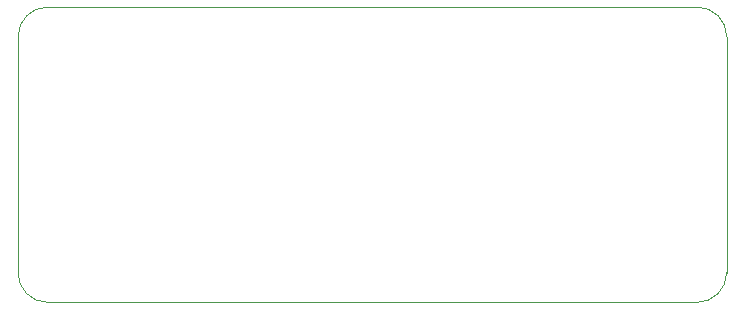
<source format=gbr>
%TF.GenerationSoftware,KiCad,Pcbnew,(5.1.6)-1*%
%TF.CreationDate,2020-10-18T09:30:19-05:00*%
%TF.ProjectId,TackleSensorPCB,5461636b-6c65-4536-956e-736f72504342,rev?*%
%TF.SameCoordinates,Original*%
%TF.FileFunction,Profile,NP*%
%FSLAX46Y46*%
G04 Gerber Fmt 4.6, Leading zero omitted, Abs format (unit mm)*
G04 Created by KiCad (PCBNEW (5.1.6)-1) date 2020-10-18 09:30:19*
%MOMM*%
%LPD*%
G01*
G04 APERTURE LIST*
%TA.AperFunction,Profile*%
%ADD10C,0.050000*%
%TD*%
G04 APERTURE END LIST*
D10*
X136500000Y-59000000D02*
X81500000Y-59000000D01*
X139000000Y-81500000D02*
X139000000Y-61500000D01*
X81500000Y-84000000D02*
X136500000Y-84000000D01*
X79000000Y-81500000D02*
X79000000Y-61500000D01*
X81500000Y-84000000D02*
G75*
G02*
X79000000Y-81500000I0J2500000D01*
G01*
X79000000Y-61500000D02*
G75*
G02*
X81500000Y-59000000I2500000J0D01*
G01*
X136500000Y-59000000D02*
G75*
G02*
X139000000Y-61500000I0J-2500000D01*
G01*
X139000000Y-81500000D02*
G75*
G02*
X136500000Y-84000000I-2500000J0D01*
G01*
M02*

</source>
